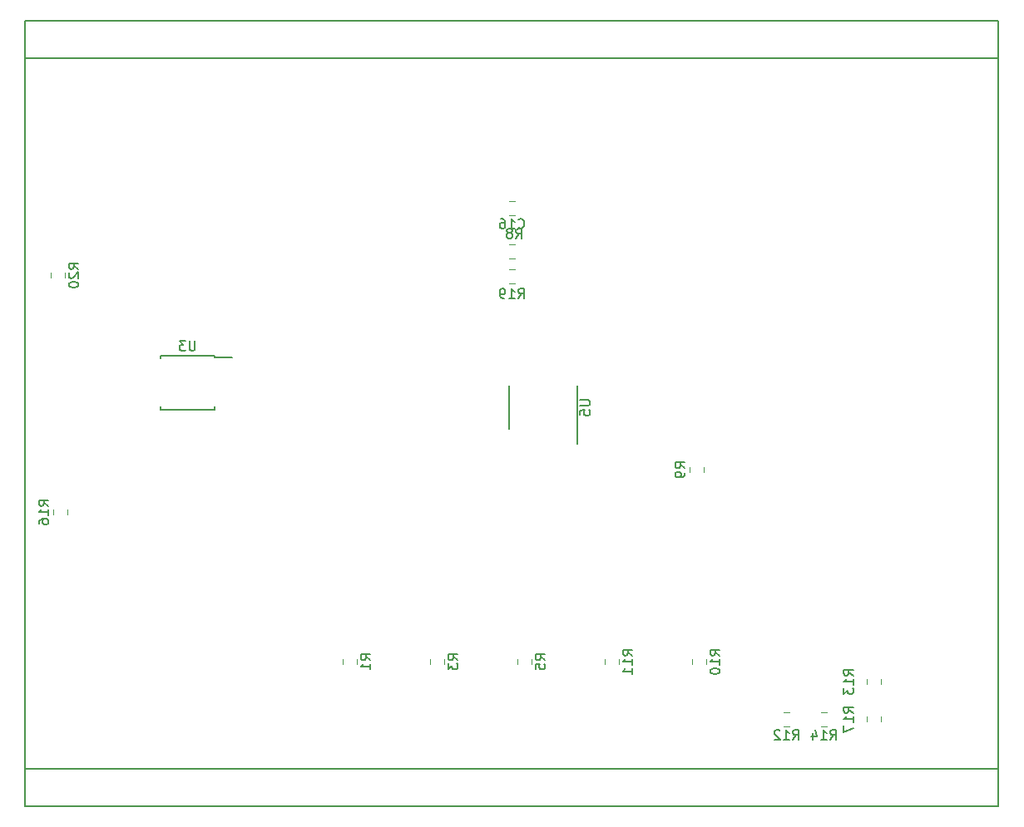
<source format=gbr>
%TF.GenerationSoftware,KiCad,Pcbnew,(5.0.0)*%
%TF.CreationDate,2019-06-06T16:06:28-05:00*%
%TF.ProjectId,Gun board,47756E20626F6172642E6B696361645F,rev?*%
%TF.SameCoordinates,Original*%
%TF.FileFunction,Legend,Bot*%
%TF.FilePolarity,Positive*%
%FSLAX46Y46*%
G04 Gerber Fmt 4.6, Leading zero omitted, Abs format (unit mm)*
G04 Created by KiCad (PCBNEW (5.0.0)) date 06/06/19 16:06:28*
%MOMM*%
%LPD*%
G01*
G04 APERTURE LIST*
%ADD10C,0.200000*%
%ADD11C,0.150000*%
%ADD12C,0.120000*%
G04 APERTURE END LIST*
D10*
X200660000Y-97790000D02*
X101600000Y-97790000D01*
X200660000Y-25400000D02*
X101600000Y-25400000D01*
X200660000Y-101600000D02*
X200660000Y-21590000D01*
X101600000Y-21590000D02*
X101600000Y-101600000D01*
X200660000Y-21590000D02*
X101600000Y-21590000D01*
X101600000Y-101600000D02*
X200660000Y-101600000D01*
D11*
X120860000Y-55665000D02*
X120860000Y-55870000D01*
X115360000Y-55665000D02*
X115360000Y-55965000D01*
X115360000Y-61175000D02*
X115360000Y-60875000D01*
X120860000Y-61175000D02*
X120860000Y-60875000D01*
X120860000Y-55665000D02*
X115360000Y-55665000D01*
X120860000Y-61175000D02*
X115360000Y-61175000D01*
X120860000Y-55870000D02*
X122610000Y-55870000D01*
D12*
X150871422Y-39930000D02*
X151388578Y-39930000D01*
X150871422Y-41350000D02*
X151388578Y-41350000D01*
X135330000Y-87126578D02*
X135330000Y-86609422D01*
X133910000Y-87126578D02*
X133910000Y-86609422D01*
X144220000Y-87126578D02*
X144220000Y-86609422D01*
X142800000Y-87126578D02*
X142800000Y-86609422D01*
X151690000Y-87126578D02*
X151690000Y-86609422D01*
X153110000Y-87126578D02*
X153110000Y-86609422D01*
X150871422Y-44375000D02*
X151388578Y-44375000D01*
X150871422Y-45795000D02*
X151388578Y-45795000D01*
X170636000Y-67051422D02*
X170636000Y-67568578D01*
X169216000Y-67051422D02*
X169216000Y-67568578D01*
X170890000Y-87126578D02*
X170890000Y-86609422D01*
X169470000Y-87126578D02*
X169470000Y-86609422D01*
X162000000Y-87126578D02*
X162000000Y-86609422D01*
X160580000Y-87126578D02*
X160580000Y-86609422D01*
X178811422Y-92000000D02*
X179328578Y-92000000D01*
X178811422Y-93420000D02*
X179328578Y-93420000D01*
X187250000Y-88641422D02*
X187250000Y-89158578D01*
X188670000Y-88641422D02*
X188670000Y-89158578D01*
X182621422Y-93420000D02*
X183138578Y-93420000D01*
X182621422Y-92000000D02*
X183138578Y-92000000D01*
X105866000Y-71369422D02*
X105866000Y-71886578D01*
X104446000Y-71369422D02*
X104446000Y-71886578D01*
X187250000Y-92451422D02*
X187250000Y-92968578D01*
X188670000Y-92451422D02*
X188670000Y-92968578D01*
X151388578Y-46915000D02*
X150871422Y-46915000D01*
X151388578Y-48335000D02*
X150871422Y-48335000D01*
X105612000Y-47756578D02*
X105612000Y-47239422D01*
X104192000Y-47756578D02*
X104192000Y-47239422D01*
D11*
X157755000Y-64710000D02*
X157755000Y-58735000D01*
X150855000Y-63185000D02*
X150855000Y-58735000D01*
X118871904Y-54192380D02*
X118871904Y-55001904D01*
X118824285Y-55097142D01*
X118776666Y-55144761D01*
X118681428Y-55192380D01*
X118490952Y-55192380D01*
X118395714Y-55144761D01*
X118348095Y-55097142D01*
X118300476Y-55001904D01*
X118300476Y-54192380D01*
X117919523Y-54192380D02*
X117300476Y-54192380D01*
X117633809Y-54573333D01*
X117490952Y-54573333D01*
X117395714Y-54620952D01*
X117348095Y-54668571D01*
X117300476Y-54763809D01*
X117300476Y-55001904D01*
X117348095Y-55097142D01*
X117395714Y-55144761D01*
X117490952Y-55192380D01*
X117776666Y-55192380D01*
X117871904Y-55144761D01*
X117919523Y-55097142D01*
X151772857Y-42647142D02*
X151820476Y-42694761D01*
X151963333Y-42742380D01*
X152058571Y-42742380D01*
X152201428Y-42694761D01*
X152296666Y-42599523D01*
X152344285Y-42504285D01*
X152391904Y-42313809D01*
X152391904Y-42170952D01*
X152344285Y-41980476D01*
X152296666Y-41885238D01*
X152201428Y-41790000D01*
X152058571Y-41742380D01*
X151963333Y-41742380D01*
X151820476Y-41790000D01*
X151772857Y-41837619D01*
X150820476Y-42742380D02*
X151391904Y-42742380D01*
X151106190Y-42742380D02*
X151106190Y-41742380D01*
X151201428Y-41885238D01*
X151296666Y-41980476D01*
X151391904Y-42028095D01*
X149963333Y-41742380D02*
X150153809Y-41742380D01*
X150249047Y-41790000D01*
X150296666Y-41837619D01*
X150391904Y-41980476D01*
X150439523Y-42170952D01*
X150439523Y-42551904D01*
X150391904Y-42647142D01*
X150344285Y-42694761D01*
X150249047Y-42742380D01*
X150058571Y-42742380D01*
X149963333Y-42694761D01*
X149915714Y-42647142D01*
X149868095Y-42551904D01*
X149868095Y-42313809D01*
X149915714Y-42218571D01*
X149963333Y-42170952D01*
X150058571Y-42123333D01*
X150249047Y-42123333D01*
X150344285Y-42170952D01*
X150391904Y-42218571D01*
X150439523Y-42313809D01*
X136722380Y-86701333D02*
X136246190Y-86368000D01*
X136722380Y-86129904D02*
X135722380Y-86129904D01*
X135722380Y-86510857D01*
X135770000Y-86606095D01*
X135817619Y-86653714D01*
X135912857Y-86701333D01*
X136055714Y-86701333D01*
X136150952Y-86653714D01*
X136198571Y-86606095D01*
X136246190Y-86510857D01*
X136246190Y-86129904D01*
X136722380Y-87653714D02*
X136722380Y-87082285D01*
X136722380Y-87368000D02*
X135722380Y-87368000D01*
X135865238Y-87272761D01*
X135960476Y-87177523D01*
X136008095Y-87082285D01*
X145612380Y-86701333D02*
X145136190Y-86368000D01*
X145612380Y-86129904D02*
X144612380Y-86129904D01*
X144612380Y-86510857D01*
X144660000Y-86606095D01*
X144707619Y-86653714D01*
X144802857Y-86701333D01*
X144945714Y-86701333D01*
X145040952Y-86653714D01*
X145088571Y-86606095D01*
X145136190Y-86510857D01*
X145136190Y-86129904D01*
X144612380Y-87034666D02*
X144612380Y-87653714D01*
X144993333Y-87320380D01*
X144993333Y-87463238D01*
X145040952Y-87558476D01*
X145088571Y-87606095D01*
X145183809Y-87653714D01*
X145421904Y-87653714D01*
X145517142Y-87606095D01*
X145564761Y-87558476D01*
X145612380Y-87463238D01*
X145612380Y-87177523D01*
X145564761Y-87082285D01*
X145517142Y-87034666D01*
X154502380Y-86701333D02*
X154026190Y-86368000D01*
X154502380Y-86129904D02*
X153502380Y-86129904D01*
X153502380Y-86510857D01*
X153550000Y-86606095D01*
X153597619Y-86653714D01*
X153692857Y-86701333D01*
X153835714Y-86701333D01*
X153930952Y-86653714D01*
X153978571Y-86606095D01*
X154026190Y-86510857D01*
X154026190Y-86129904D01*
X153502380Y-87606095D02*
X153502380Y-87129904D01*
X153978571Y-87082285D01*
X153930952Y-87129904D01*
X153883333Y-87225142D01*
X153883333Y-87463238D01*
X153930952Y-87558476D01*
X153978571Y-87606095D01*
X154073809Y-87653714D01*
X154311904Y-87653714D01*
X154407142Y-87606095D01*
X154454761Y-87558476D01*
X154502380Y-87463238D01*
X154502380Y-87225142D01*
X154454761Y-87129904D01*
X154407142Y-87082285D01*
X151550666Y-43759380D02*
X151884000Y-43283190D01*
X152122095Y-43759380D02*
X152122095Y-42759380D01*
X151741142Y-42759380D01*
X151645904Y-42807000D01*
X151598285Y-42854619D01*
X151550666Y-42949857D01*
X151550666Y-43092714D01*
X151598285Y-43187952D01*
X151645904Y-43235571D01*
X151741142Y-43283190D01*
X152122095Y-43283190D01*
X150979238Y-43187952D02*
X151074476Y-43140333D01*
X151122095Y-43092714D01*
X151169714Y-42997476D01*
X151169714Y-42949857D01*
X151122095Y-42854619D01*
X151074476Y-42807000D01*
X150979238Y-42759380D01*
X150788761Y-42759380D01*
X150693523Y-42807000D01*
X150645904Y-42854619D01*
X150598285Y-42949857D01*
X150598285Y-42997476D01*
X150645904Y-43092714D01*
X150693523Y-43140333D01*
X150788761Y-43187952D01*
X150979238Y-43187952D01*
X151074476Y-43235571D01*
X151122095Y-43283190D01*
X151169714Y-43378428D01*
X151169714Y-43568904D01*
X151122095Y-43664142D01*
X151074476Y-43711761D01*
X150979238Y-43759380D01*
X150788761Y-43759380D01*
X150693523Y-43711761D01*
X150645904Y-43664142D01*
X150598285Y-43568904D01*
X150598285Y-43378428D01*
X150645904Y-43283190D01*
X150693523Y-43235571D01*
X150788761Y-43187952D01*
X168728380Y-67143333D02*
X168252190Y-66810000D01*
X168728380Y-66571904D02*
X167728380Y-66571904D01*
X167728380Y-66952857D01*
X167776000Y-67048095D01*
X167823619Y-67095714D01*
X167918857Y-67143333D01*
X168061714Y-67143333D01*
X168156952Y-67095714D01*
X168204571Y-67048095D01*
X168252190Y-66952857D01*
X168252190Y-66571904D01*
X168728380Y-67619523D02*
X168728380Y-67810000D01*
X168680761Y-67905238D01*
X168633142Y-67952857D01*
X168490285Y-68048095D01*
X168299809Y-68095714D01*
X167918857Y-68095714D01*
X167823619Y-68048095D01*
X167776000Y-68000476D01*
X167728380Y-67905238D01*
X167728380Y-67714761D01*
X167776000Y-67619523D01*
X167823619Y-67571904D01*
X167918857Y-67524285D01*
X168156952Y-67524285D01*
X168252190Y-67571904D01*
X168299809Y-67619523D01*
X168347428Y-67714761D01*
X168347428Y-67905238D01*
X168299809Y-68000476D01*
X168252190Y-68048095D01*
X168156952Y-68095714D01*
X172282380Y-86225142D02*
X171806190Y-85891809D01*
X172282380Y-85653714D02*
X171282380Y-85653714D01*
X171282380Y-86034666D01*
X171330000Y-86129904D01*
X171377619Y-86177523D01*
X171472857Y-86225142D01*
X171615714Y-86225142D01*
X171710952Y-86177523D01*
X171758571Y-86129904D01*
X171806190Y-86034666D01*
X171806190Y-85653714D01*
X172282380Y-87177523D02*
X172282380Y-86606095D01*
X172282380Y-86891809D02*
X171282380Y-86891809D01*
X171425238Y-86796571D01*
X171520476Y-86701333D01*
X171568095Y-86606095D01*
X171282380Y-87796571D02*
X171282380Y-87891809D01*
X171330000Y-87987047D01*
X171377619Y-88034666D01*
X171472857Y-88082285D01*
X171663333Y-88129904D01*
X171901428Y-88129904D01*
X172091904Y-88082285D01*
X172187142Y-88034666D01*
X172234761Y-87987047D01*
X172282380Y-87891809D01*
X172282380Y-87796571D01*
X172234761Y-87701333D01*
X172187142Y-87653714D01*
X172091904Y-87606095D01*
X171901428Y-87558476D01*
X171663333Y-87558476D01*
X171472857Y-87606095D01*
X171377619Y-87653714D01*
X171330000Y-87701333D01*
X171282380Y-87796571D01*
X163392380Y-86225142D02*
X162916190Y-85891809D01*
X163392380Y-85653714D02*
X162392380Y-85653714D01*
X162392380Y-86034666D01*
X162440000Y-86129904D01*
X162487619Y-86177523D01*
X162582857Y-86225142D01*
X162725714Y-86225142D01*
X162820952Y-86177523D01*
X162868571Y-86129904D01*
X162916190Y-86034666D01*
X162916190Y-85653714D01*
X163392380Y-87177523D02*
X163392380Y-86606095D01*
X163392380Y-86891809D02*
X162392380Y-86891809D01*
X162535238Y-86796571D01*
X162630476Y-86701333D01*
X162678095Y-86606095D01*
X163392380Y-88129904D02*
X163392380Y-87558476D01*
X163392380Y-87844190D02*
X162392380Y-87844190D01*
X162535238Y-87748952D01*
X162630476Y-87653714D01*
X162678095Y-87558476D01*
X179712857Y-94812380D02*
X180046190Y-94336190D01*
X180284285Y-94812380D02*
X180284285Y-93812380D01*
X179903333Y-93812380D01*
X179808095Y-93860000D01*
X179760476Y-93907619D01*
X179712857Y-94002857D01*
X179712857Y-94145714D01*
X179760476Y-94240952D01*
X179808095Y-94288571D01*
X179903333Y-94336190D01*
X180284285Y-94336190D01*
X178760476Y-94812380D02*
X179331904Y-94812380D01*
X179046190Y-94812380D02*
X179046190Y-93812380D01*
X179141428Y-93955238D01*
X179236666Y-94050476D01*
X179331904Y-94098095D01*
X178379523Y-93907619D02*
X178331904Y-93860000D01*
X178236666Y-93812380D01*
X177998571Y-93812380D01*
X177903333Y-93860000D01*
X177855714Y-93907619D01*
X177808095Y-94002857D01*
X177808095Y-94098095D01*
X177855714Y-94240952D01*
X178427142Y-94812380D01*
X177808095Y-94812380D01*
X185872380Y-88257142D02*
X185396190Y-87923809D01*
X185872380Y-87685714D02*
X184872380Y-87685714D01*
X184872380Y-88066666D01*
X184920000Y-88161904D01*
X184967619Y-88209523D01*
X185062857Y-88257142D01*
X185205714Y-88257142D01*
X185300952Y-88209523D01*
X185348571Y-88161904D01*
X185396190Y-88066666D01*
X185396190Y-87685714D01*
X185872380Y-89209523D02*
X185872380Y-88638095D01*
X185872380Y-88923809D02*
X184872380Y-88923809D01*
X185015238Y-88828571D01*
X185110476Y-88733333D01*
X185158095Y-88638095D01*
X184872380Y-89542857D02*
X184872380Y-90161904D01*
X185253333Y-89828571D01*
X185253333Y-89971428D01*
X185300952Y-90066666D01*
X185348571Y-90114285D01*
X185443809Y-90161904D01*
X185681904Y-90161904D01*
X185777142Y-90114285D01*
X185824761Y-90066666D01*
X185872380Y-89971428D01*
X185872380Y-89685714D01*
X185824761Y-89590476D01*
X185777142Y-89542857D01*
X183522857Y-94812380D02*
X183856190Y-94336190D01*
X184094285Y-94812380D02*
X184094285Y-93812380D01*
X183713333Y-93812380D01*
X183618095Y-93860000D01*
X183570476Y-93907619D01*
X183522857Y-94002857D01*
X183522857Y-94145714D01*
X183570476Y-94240952D01*
X183618095Y-94288571D01*
X183713333Y-94336190D01*
X184094285Y-94336190D01*
X182570476Y-94812380D02*
X183141904Y-94812380D01*
X182856190Y-94812380D02*
X182856190Y-93812380D01*
X182951428Y-93955238D01*
X183046666Y-94050476D01*
X183141904Y-94098095D01*
X181713333Y-94145714D02*
X181713333Y-94812380D01*
X181951428Y-93764761D02*
X182189523Y-94479047D01*
X181570476Y-94479047D01*
X103958380Y-70985142D02*
X103482190Y-70651809D01*
X103958380Y-70413714D02*
X102958380Y-70413714D01*
X102958380Y-70794666D01*
X103006000Y-70889904D01*
X103053619Y-70937523D01*
X103148857Y-70985142D01*
X103291714Y-70985142D01*
X103386952Y-70937523D01*
X103434571Y-70889904D01*
X103482190Y-70794666D01*
X103482190Y-70413714D01*
X103958380Y-71937523D02*
X103958380Y-71366095D01*
X103958380Y-71651809D02*
X102958380Y-71651809D01*
X103101238Y-71556571D01*
X103196476Y-71461333D01*
X103244095Y-71366095D01*
X102958380Y-72794666D02*
X102958380Y-72604190D01*
X103006000Y-72508952D01*
X103053619Y-72461333D01*
X103196476Y-72366095D01*
X103386952Y-72318476D01*
X103767904Y-72318476D01*
X103863142Y-72366095D01*
X103910761Y-72413714D01*
X103958380Y-72508952D01*
X103958380Y-72699428D01*
X103910761Y-72794666D01*
X103863142Y-72842285D01*
X103767904Y-72889904D01*
X103529809Y-72889904D01*
X103434571Y-72842285D01*
X103386952Y-72794666D01*
X103339333Y-72699428D01*
X103339333Y-72508952D01*
X103386952Y-72413714D01*
X103434571Y-72366095D01*
X103529809Y-72318476D01*
X185872380Y-92067142D02*
X185396190Y-91733809D01*
X185872380Y-91495714D02*
X184872380Y-91495714D01*
X184872380Y-91876666D01*
X184920000Y-91971904D01*
X184967619Y-92019523D01*
X185062857Y-92067142D01*
X185205714Y-92067142D01*
X185300952Y-92019523D01*
X185348571Y-91971904D01*
X185396190Y-91876666D01*
X185396190Y-91495714D01*
X185872380Y-93019523D02*
X185872380Y-92448095D01*
X185872380Y-92733809D02*
X184872380Y-92733809D01*
X185015238Y-92638571D01*
X185110476Y-92543333D01*
X185158095Y-92448095D01*
X184872380Y-93352857D02*
X184872380Y-94019523D01*
X185872380Y-93590952D01*
X151772857Y-49855380D02*
X152106190Y-49379190D01*
X152344285Y-49855380D02*
X152344285Y-48855380D01*
X151963333Y-48855380D01*
X151868095Y-48903000D01*
X151820476Y-48950619D01*
X151772857Y-49045857D01*
X151772857Y-49188714D01*
X151820476Y-49283952D01*
X151868095Y-49331571D01*
X151963333Y-49379190D01*
X152344285Y-49379190D01*
X150820476Y-49855380D02*
X151391904Y-49855380D01*
X151106190Y-49855380D02*
X151106190Y-48855380D01*
X151201428Y-48998238D01*
X151296666Y-49093476D01*
X151391904Y-49141095D01*
X150344285Y-49855380D02*
X150153809Y-49855380D01*
X150058571Y-49807761D01*
X150010952Y-49760142D01*
X149915714Y-49617285D01*
X149868095Y-49426809D01*
X149868095Y-49045857D01*
X149915714Y-48950619D01*
X149963333Y-48903000D01*
X150058571Y-48855380D01*
X150249047Y-48855380D01*
X150344285Y-48903000D01*
X150391904Y-48950619D01*
X150439523Y-49045857D01*
X150439523Y-49283952D01*
X150391904Y-49379190D01*
X150344285Y-49426809D01*
X150249047Y-49474428D01*
X150058571Y-49474428D01*
X149963333Y-49426809D01*
X149915714Y-49379190D01*
X149868095Y-49283952D01*
X107004380Y-46855142D02*
X106528190Y-46521809D01*
X107004380Y-46283714D02*
X106004380Y-46283714D01*
X106004380Y-46664666D01*
X106052000Y-46759904D01*
X106099619Y-46807523D01*
X106194857Y-46855142D01*
X106337714Y-46855142D01*
X106432952Y-46807523D01*
X106480571Y-46759904D01*
X106528190Y-46664666D01*
X106528190Y-46283714D01*
X106099619Y-47236095D02*
X106052000Y-47283714D01*
X106004380Y-47378952D01*
X106004380Y-47617047D01*
X106052000Y-47712285D01*
X106099619Y-47759904D01*
X106194857Y-47807523D01*
X106290095Y-47807523D01*
X106432952Y-47759904D01*
X107004380Y-47188476D01*
X107004380Y-47807523D01*
X106004380Y-48426571D02*
X106004380Y-48521809D01*
X106052000Y-48617047D01*
X106099619Y-48664666D01*
X106194857Y-48712285D01*
X106385333Y-48759904D01*
X106623428Y-48759904D01*
X106813904Y-48712285D01*
X106909142Y-48664666D01*
X106956761Y-48617047D01*
X107004380Y-48521809D01*
X107004380Y-48426571D01*
X106956761Y-48331333D01*
X106909142Y-48283714D01*
X106813904Y-48236095D01*
X106623428Y-48188476D01*
X106385333Y-48188476D01*
X106194857Y-48236095D01*
X106099619Y-48283714D01*
X106052000Y-48331333D01*
X106004380Y-48426571D01*
X158057380Y-60198095D02*
X158866904Y-60198095D01*
X158962142Y-60245714D01*
X159009761Y-60293333D01*
X159057380Y-60388571D01*
X159057380Y-60579047D01*
X159009761Y-60674285D01*
X158962142Y-60721904D01*
X158866904Y-60769523D01*
X158057380Y-60769523D01*
X158057380Y-61721904D02*
X158057380Y-61245714D01*
X158533571Y-61198095D01*
X158485952Y-61245714D01*
X158438333Y-61340952D01*
X158438333Y-61579047D01*
X158485952Y-61674285D01*
X158533571Y-61721904D01*
X158628809Y-61769523D01*
X158866904Y-61769523D01*
X158962142Y-61721904D01*
X159009761Y-61674285D01*
X159057380Y-61579047D01*
X159057380Y-61340952D01*
X159009761Y-61245714D01*
X158962142Y-61198095D01*
M02*

</source>
